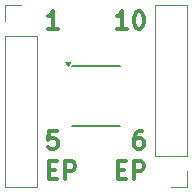
<source format=gto>
%TF.GenerationSoftware,KiCad,Pcbnew,8.0.4*%
%TF.CreationDate,2025-01-06T14:26:04+00:00*%
%TF.ProjectId,essop_10_breakout,6573736f-705f-4313-905f-627265616b6f,rev?*%
%TF.SameCoordinates,Original*%
%TF.FileFunction,Legend,Top*%
%TF.FilePolarity,Positive*%
%FSLAX46Y46*%
G04 Gerber Fmt 4.6, Leading zero omitted, Abs format (unit mm)*
G04 Created by KiCad (PCBNEW 8.0.4) date 2025-01-06 14:26:04*
%MOMM*%
%LPD*%
G01*
G04 APERTURE LIST*
%ADD10C,0.300000*%
%ADD11C,0.120000*%
%ADD12C,0.150000*%
G04 APERTURE END LIST*
D10*
X60852631Y-65242614D02*
X61352631Y-65242614D01*
X61566917Y-66028328D02*
X60852631Y-66028328D01*
X60852631Y-66028328D02*
X60852631Y-64528328D01*
X60852631Y-64528328D02*
X61566917Y-64528328D01*
X62209774Y-66028328D02*
X62209774Y-64528328D01*
X62209774Y-64528328D02*
X62781203Y-64528328D01*
X62781203Y-64528328D02*
X62924060Y-64599757D01*
X62924060Y-64599757D02*
X62995489Y-64671185D01*
X62995489Y-64671185D02*
X63066917Y-64814042D01*
X63066917Y-64814042D02*
X63066917Y-65028328D01*
X63066917Y-65028328D02*
X62995489Y-65171185D01*
X62995489Y-65171185D02*
X62924060Y-65242614D01*
X62924060Y-65242614D02*
X62781203Y-65314042D01*
X62781203Y-65314042D02*
X62209774Y-65314042D01*
X61638347Y-53328328D02*
X60781204Y-53328328D01*
X61209775Y-53328328D02*
X61209775Y-51828328D01*
X61209775Y-51828328D02*
X61066918Y-52042614D01*
X61066918Y-52042614D02*
X60924061Y-52185471D01*
X60924061Y-52185471D02*
X60781204Y-52256900D01*
X62566918Y-51828328D02*
X62709775Y-51828328D01*
X62709775Y-51828328D02*
X62852632Y-51899757D01*
X62852632Y-51899757D02*
X62924061Y-51971185D01*
X62924061Y-51971185D02*
X62995489Y-52114042D01*
X62995489Y-52114042D02*
X63066918Y-52399757D01*
X63066918Y-52399757D02*
X63066918Y-52756900D01*
X63066918Y-52756900D02*
X62995489Y-53042614D01*
X62995489Y-53042614D02*
X62924061Y-53185471D01*
X62924061Y-53185471D02*
X62852632Y-53256900D01*
X62852632Y-53256900D02*
X62709775Y-53328328D01*
X62709775Y-53328328D02*
X62566918Y-53328328D01*
X62566918Y-53328328D02*
X62424061Y-53256900D01*
X62424061Y-53256900D02*
X62352632Y-53185471D01*
X62352632Y-53185471D02*
X62281203Y-53042614D01*
X62281203Y-53042614D02*
X62209775Y-52756900D01*
X62209775Y-52756900D02*
X62209775Y-52399757D01*
X62209775Y-52399757D02*
X62281203Y-52114042D01*
X62281203Y-52114042D02*
X62352632Y-51971185D01*
X62352632Y-51971185D02*
X62424061Y-51899757D01*
X62424061Y-51899757D02*
X62566918Y-51828328D01*
X55698796Y-61988328D02*
X54984510Y-61988328D01*
X54984510Y-61988328D02*
X54913082Y-62702614D01*
X54913082Y-62702614D02*
X54984510Y-62631185D01*
X54984510Y-62631185D02*
X55127368Y-62559757D01*
X55127368Y-62559757D02*
X55484510Y-62559757D01*
X55484510Y-62559757D02*
X55627368Y-62631185D01*
X55627368Y-62631185D02*
X55698796Y-62702614D01*
X55698796Y-62702614D02*
X55770225Y-62845471D01*
X55770225Y-62845471D02*
X55770225Y-63202614D01*
X55770225Y-63202614D02*
X55698796Y-63345471D01*
X55698796Y-63345471D02*
X55627368Y-63416900D01*
X55627368Y-63416900D02*
X55484510Y-63488328D01*
X55484510Y-63488328D02*
X55127368Y-63488328D01*
X55127368Y-63488328D02*
X54984510Y-63416900D01*
X54984510Y-63416900D02*
X54913082Y-63345471D01*
X62924061Y-61988328D02*
X62638346Y-61988328D01*
X62638346Y-61988328D02*
X62495489Y-62059757D01*
X62495489Y-62059757D02*
X62424061Y-62131185D01*
X62424061Y-62131185D02*
X62281203Y-62345471D01*
X62281203Y-62345471D02*
X62209775Y-62631185D01*
X62209775Y-62631185D02*
X62209775Y-63202614D01*
X62209775Y-63202614D02*
X62281203Y-63345471D01*
X62281203Y-63345471D02*
X62352632Y-63416900D01*
X62352632Y-63416900D02*
X62495489Y-63488328D01*
X62495489Y-63488328D02*
X62781203Y-63488328D01*
X62781203Y-63488328D02*
X62924061Y-63416900D01*
X62924061Y-63416900D02*
X62995489Y-63345471D01*
X62995489Y-63345471D02*
X63066918Y-63202614D01*
X63066918Y-63202614D02*
X63066918Y-62845471D01*
X63066918Y-62845471D02*
X62995489Y-62702614D01*
X62995489Y-62702614D02*
X62924061Y-62631185D01*
X62924061Y-62631185D02*
X62781203Y-62559757D01*
X62781203Y-62559757D02*
X62495489Y-62559757D01*
X62495489Y-62559757D02*
X62352632Y-62631185D01*
X62352632Y-62631185D02*
X62281203Y-62702614D01*
X62281203Y-62702614D02*
X62209775Y-62845471D01*
X55024510Y-65252614D02*
X55524510Y-65252614D01*
X55738796Y-66038328D02*
X55024510Y-66038328D01*
X55024510Y-66038328D02*
X55024510Y-64538328D01*
X55024510Y-64538328D02*
X55738796Y-64538328D01*
X56381653Y-66038328D02*
X56381653Y-64538328D01*
X56381653Y-64538328D02*
X56953082Y-64538328D01*
X56953082Y-64538328D02*
X57095939Y-64609757D01*
X57095939Y-64609757D02*
X57167368Y-64681185D01*
X57167368Y-64681185D02*
X57238796Y-64824042D01*
X57238796Y-64824042D02*
X57238796Y-65038328D01*
X57238796Y-65038328D02*
X57167368Y-65181185D01*
X57167368Y-65181185D02*
X57095939Y-65252614D01*
X57095939Y-65252614D02*
X56953082Y-65324042D01*
X56953082Y-65324042D02*
X56381653Y-65324042D01*
X55790225Y-53328328D02*
X54933082Y-53328328D01*
X55361653Y-53328328D02*
X55361653Y-51828328D01*
X55361653Y-51828328D02*
X55218796Y-52042614D01*
X55218796Y-52042614D02*
X55075939Y-52185471D01*
X55075939Y-52185471D02*
X54933082Y-52256900D01*
D11*
%TO.C,J5*%
X51320000Y-51320000D02*
X52650000Y-51320000D01*
X51320000Y-52650000D02*
X51320000Y-51320000D01*
X51320000Y-53920000D02*
X51320000Y-66680000D01*
X51320000Y-53920000D02*
X53980000Y-53920000D01*
X51320000Y-66680000D02*
X53980000Y-66680000D01*
X53980000Y-53920000D02*
X53980000Y-66680000D01*
D12*
%TO.C,U3*%
X56930000Y-56430000D02*
X61070000Y-56430000D01*
X56930000Y-61570000D02*
X61070000Y-61570000D01*
D11*
X56600000Y-56473081D02*
X56360000Y-56143081D01*
X56840000Y-56143081D01*
X56600000Y-56473081D01*
G36*
X56600000Y-56473081D02*
G01*
X56360000Y-56143081D01*
X56840000Y-56143081D01*
X56600000Y-56473081D01*
G37*
%TO.C,J6*%
X64020000Y-64080000D02*
X64020000Y-51320000D01*
X66680000Y-51320000D02*
X64020000Y-51320000D01*
X66680000Y-64080000D02*
X64020000Y-64080000D01*
X66680000Y-64080000D02*
X66680000Y-51320000D01*
X66680000Y-65350000D02*
X66680000Y-66680000D01*
X66680000Y-66680000D02*
X65350000Y-66680000D01*
%TD*%
M02*

</source>
